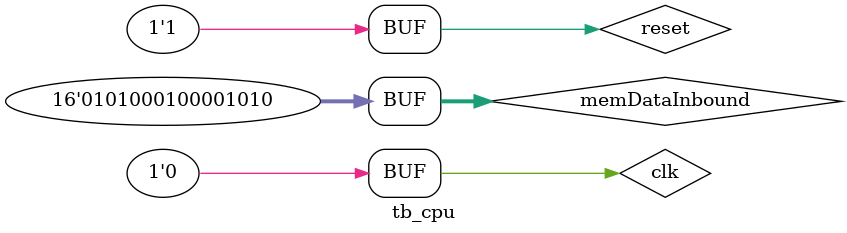
<source format=v>
module tb_cpu();
    reg clk, reset;
    reg [15:0] memDataInbound;

    wire memWrite;
    wire [15:0] memWriteData, memAddr;

    cpu uut(.clk(clk), .reset(reset), .memDataInbound(memDataInbound),
            .memWrite(memWrite), .memWriteData(memWriteData), .memAddr(memAddr));

    initial begin
        reset <= 1; memDataInbound <= 16'b0;
        #22 reset <= 0;
        #22 reset <= 1;
    end

    always begin
        clk <= 1; #5; clk <= 0; #5;
    end

    initial begin
        // ADDI $1 10
        memDataInbound <= 16'b0101000100001010;
    end
endmodule
</source>
